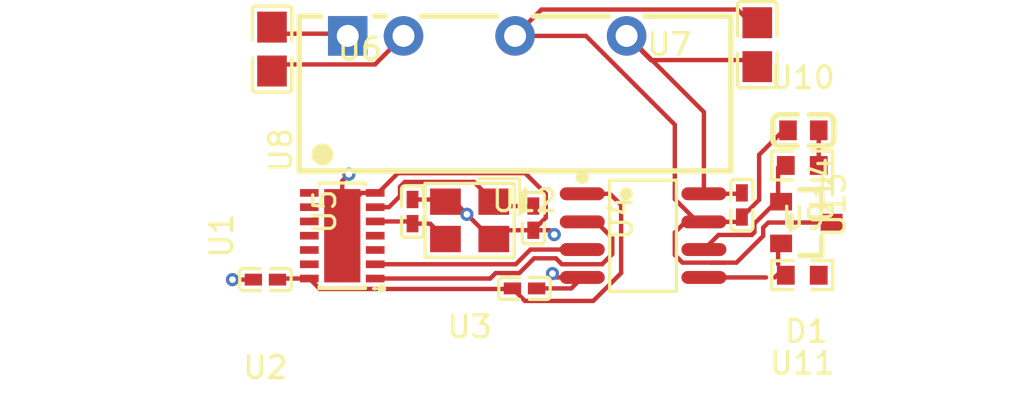
<source format=kicad_pcb>
(kicad_pcb (version 20240108) (generator "pcbnew") (generator_version "8.0")
  (layers (0 "F.Cu" signal) (31 "B.Cu" signal) (34 "B.Paste" user) (35 "F.Paste" user) (36 "B.SilkS" user "B.Silkscreen") (37 "F.SilkS" user "F.Silkscreen") (38 "B.Mask" user) (39 "F.Mask" user) (44 "Edge.Cuts" user))
  (net 0 "")
  (net 1 "xout")
  (net 2 "controller-line-2")
  (net 3 "line-1")
  (net 4 "CANH")
  (net 5 "controller-line")
  (net 6 "tx")
  (net 7 "line")
  (net 8 "controller-line-1")
  (net 9 "controller-line-3")
  (net 10 "CANL")
  (net 11 "line-2")
  (net 12 "controller-line-4")
  (net 13 "_midpoint")
  (net 14 "rx")
  (net 15 "xin")
  (net 16 "gnd-1")
  (net 17 "hv-1")
  (net 18 "gnd")
  (net 19 "hv")
  (net 20 "hv-2")
  (footprint "atopile:C0402-b3ef17" (layer "F.Cu") (at 152.6 74.8 -90)
    (property "Reference" "U13" (hide yes))
    (property "Value" "1µF ±10% 25V X5R")
    (fp_line (start -0.23 0.5) (end -1.02 0.5) (stroke (width 0.15)) (layer "F.SilkS"))
    (fp_line (start 0.23 0.5) (end 1.02 0.5) (stroke (width 0.15)) (layer "F.SilkS"))
    (fp_line (start -1.17 0.35) (end -1.17 -0.35) (stroke (width 0.15)) (layer "F.SilkS"))
    (fp_line (start 1.17 0.35) (end 1.17 -0.35) (stroke (width 0.15)) (layer "F.SilkS"))
    (fp_line (start -1.02 -0.5) (end -0.23 -0.5) (stroke (width 0.15)) (layer "F.SilkS"))
    (fp_line (start 1.02 -0.5) (end 0.23 -0.5) (stroke (width 0.15)) (layer "F.SilkS"))
    (fp_arc (start -1.02 0.5) (mid -1.126066 0.456066) (end -1.17 0.35) (stroke (width 0.15)) (layer "F.SilkS"))
    (fp_arc (start 1.17 0.35) (mid 1.126066 0.456066) (end 1.02 0.5) (stroke (width 0.15)) (layer "F.SilkS"))
    (fp_arc (start -1.17 -0.35) (mid -1.126066 -0.456066) (end -1.02 -0.5) (stroke (width 0.15)) (layer "F.SilkS"))
    (fp_arc (start 1.02 -0.5) (mid 1.126066 -0.456066) (end 1.17 -0.35) (stroke (width 0.15)) (layer "F.SilkS"))
    (fp_text user "${REFERENCE}" (at 0 -4.2 90) (layer "F.SilkS"))
    (pad "1" smd rect (at -0.55 0 270) (size 0.79 0.54) (layers "F.Cu" "F.Paste" "F.Mask") (net 19 "hv"))
    (pad "2" smd rect (at 0.55 0 270) (size 0.79 0.54) (layers "F.Cu" "F.Paste" "F.Mask") (net 16 "gnd-1"))
  )
  (footprint "atopile:C0805-3b2e55" (layer "F.Cu") (at 153.3 67.5 90)
    (property "Reference" "U7" (at 0 -4 0) (layer "F.SilkS") (hide no))
    (property "Value" "10µF ±10% 25V X5R")
    (fp_line (start 1.81 -0.9) (end 0.4 -0.9) (stroke (width 0.15)) (layer "F.SilkS"))
    (fp_line (start 0.4 0.9) (end 1.81 0.9) (stroke (width 0.15)) (layer "F.SilkS"))
    (fp_line (start 1.96 0.75) (end 1.96 -0.75) (stroke (width 0.15)) (layer "F.SilkS"))
    (fp_line (start -1.81 -0.9) (end -0.4 -0.9) (stroke (width 0.15)) (layer "F.SilkS"))
    (fp_line (start -0.4 0.9) (end -1.81 0.9) (stroke (width 0.15)) (layer "F.SilkS"))
    (fp_line (start -1.96 0.75) (end -1.96 -0.75) (stroke (width 0.15)) (layer "F.SilkS"))
    (fp_arc (start 1.96 0.75) (mid 1.9160660171779822 0.856066017177982) (end 1.81 0.8999999999999999) (stroke (width 0.15)) (layer "F.SilkS"))
    (fp_arc (start 1.81 -0.9) (mid 1.9160660171779822 -0.8560660171779821) (end 1.96 -0.75) (stroke (width 0.15)) (layer "F.SilkS"))
    (fp_arc (start -1.96 0.75) (mid -1.9160660171779822 0.856066017177982) (end -1.81 0.8999999999999999) (stroke (width 0.15)) (layer "F.SilkS"))
    (fp_arc (start -1.81 -0.9) (mid -1.9160660171779822 -0.8560660171779821) (end -1.96 -0.75) (stroke (width 0.15)) (layer "F.SilkS"))
    (fp_text user "${REFERENCE}" (at 0 -4 0) (layer "F.SilkS"))
    (pad "2" smd rect (at 1 0 90) (size 1.41 1.35) (layers "F.Cu" "F.Paste" "F.Mask") (net 16 "gnd-1"))
    (pad "1" smd rect (at -1 0 90) (size 1.41 1.35) (layers "F.Cu" "F.Paste" "F.Mask") (net 19 "hv"))
  )
  (footprint "atopile:SOIC-8_L4.9-W3.9-P1.27-LS6.0-BL-6ccfeb" (layer "F.Cu") (at 148.1 76.2 -90)
    (property "Reference" "U14" (hide yes))
    (property "Value" "")
    (fp_line (start -2.53 1.52) (end -2.53 -1.52) (stroke (width 0.15)) (layer "F.SilkS"))
    (fp_line (start 2.53 1.52) (end -2.53 1.52) (stroke (width 0.15)) (layer "F.SilkS"))
    (fp_line (start -2.53 -1.52) (end 2.53 -1.52) (stroke (width 0.15)) (layer "F.SilkS"))
    (fp_line (start 2.53 -1.52) (end 2.53 1.52) (stroke (width 0.15)) (layer "F.SilkS"))
    (fp_circle (center -2.65 2.77) (end -2.5 2.77) (stroke (width 0.3)) (fill none) (layer "F.SilkS"))
    (fp_circle (center -1.91 0.77) (end -1.76 0.77) (stroke (width 0.3)) (fill none) (layer "F.SilkS"))
    (fp_text user "${REFERENCE}" (at -2.1 -8.17 90) (layer "F.SilkS"))
    (pad "1" smd oval (at -1.91 2.77 270) (size 0.59 2.05) (layers "F.Cu" "F.Paste" "F.Mask") (net 17 "hv-1"))
    (pad "2" smd oval (at -0.63 2.77 270) (size 0.59 2.05) (layers "F.Cu" "F.Paste" "F.Mask") (net 6 "tx"))
    (pad "3" smd oval (at 0.63 2.77 270) (size 0.59 2.05) (layers "F.Cu" "F.Paste" "F.Mask") (net 14 "rx"))
    (pad "4" smd oval (at 1.9 2.77 270) (size 0.59 2.05) (layers "F.Cu" "F.Paste" "F.Mask") (net 18 "gnd"))
    (pad "5" smd oval (at 1.9 -2.77 270) (size 0.59 2.05) (layers "F.Cu" "F.Paste" "F.Mask") (net 10 "CANL"))
    (pad "6" smd oval (at 0.63 -2.77 270) (size 0.59 2.05) (layers "F.Cu" "F.Paste" "F.Mask") (net 4 "CANH"))
    (pad "7" smd oval (at -0.63 -2.77 270) (size 0.59 2.05) (layers "F.Cu" "F.Paste" "F.Mask") (net 16 "gnd-1"))
    (pad "8" smd oval (at -1.91 -2.77 270) (size 0.59 2.05) (layers "F.Cu" "F.Paste" "F.Mask") (net 19 "hv"))
  )
  (footprint "atopile:R0603-ebcab9" (layer "F.Cu") (at 155.35 78 180)
    (property "Reference" "U11" (hide yes))
    (property "Value" "60.4Ω ±1% 100mW")
    (fp_line (start 1.39 0.66) (end 1.39 -0.66) (stroke (width 0.15)) (layer "F.SilkS"))
    (fp_line (start 1.39 -0.66) (end 0.43 -0.66) (stroke (width 0.15)) (layer "F.SilkS"))
    (fp_line (start 0.43 0.66) (end 1.39 0.66) (stroke (width 0.15)) (layer "F.SilkS"))
    (fp_line (start -0.43 0.66) (end -1.39 0.66) (stroke (width 0.15)) (layer "F.SilkS"))
    (fp_line (start -1.39 0.66) (end -1.39 -0.66) (stroke (width 0.15)) (layer "F.SilkS"))
    (fp_line (start -1.39 -0.66) (end -0.43 -0.66) (stroke (width 0.15)) (layer "F.SilkS"))
    (fp_text user "${REFERENCE}" (at 0 -4 0) (layer "F.SilkS"))
    (pad "1" smd rect (at -0.75 0 180) (size 0.81 0.86) (layers "F.Cu" "F.Paste" "F.Mask") (net 13 "_midpoint"))
    (pad "2" smd rect (at 0.75 0 180) (size 0.81 0.86) (layers "F.Cu" "F.Paste" "F.Mask") (net 10 "CANL"))
  )
  (footprint "atopile:C0402-b3ef17" (layer "F.Cu") (at 137.6 75.1 90)
    (property "Reference" "U5" (hide yes))
    (property "Value" "10pF ±5% 50V C0G")
    (fp_line (start 1.02 -0.5) (end 0.23 -0.5) (stroke (width 0.15)) (layer "F.SilkS"))
    (fp_line (start -1.02 -0.5) (end -0.23 -0.5) (stroke (width 0.15)) (layer "F.SilkS"))
    (fp_line (start 1.17 0.35) (end 1.17 -0.35) (stroke (width 0.15)) (layer "F.SilkS"))
    (fp_line (start -1.17 0.35) (end -1.17 -0.35) (stroke (width 0.15)) (layer "F.SilkS"))
    (fp_line (start 0.23 0.5) (end 1.02 0.5) (stroke (width 0.15)) (layer "F.SilkS"))
    (fp_line (start -0.23 0.5) (end -1.02 0.5) (stroke (width 0.15)) (layer "F.SilkS"))
    (fp_arc (start 1.02 -0.5) (mid 1.126066 -0.456066) (end 1.17 -0.35) (stroke (width 0.15)) (layer "F.SilkS"))
    (fp_arc (start -1.17 -0.35) (mid -1.126066 -0.456066) (end -1.02 -0.5) (stroke (width 0.15)) (layer "F.SilkS"))
    (fp_arc (start 1.17 0.35) (mid 1.126066 0.456066) (end 1.02 0.5) (stroke (width 0.15)) (layer "F.SilkS"))
    (fp_arc (start -1.02 0.5) (mid -1.126066 0.456066) (end -1.17 0.35) (stroke (width 0.15)) (layer "F.SilkS"))
    (fp_text user "${REFERENCE}" (at 0 -4 90) (layer "F.SilkS"))
    (pad "1" smd rect (at -0.55 0 90) (size 0.79 0.54) (layers "F.Cu" "F.Paste" "F.Mask") (net 1 "xout"))
    (pad "2" smd rect (at 0.55 0 90) (size 0.79 0.54) (layers "F.Cu" "F.Paste" "F.Mask") (net 18 "gnd"))
  )
  (footprint "atopile:C0402-b3ef17" (layer "F.Cu") (at 130.9 78.2 180)
    (property "Reference" "U2" (at 0 -4 0) (layer "F.SilkS") (hide no))
    (property "Value" "1µF ±10% 25V X5R")
    (fp_line (start 1.17 0.35) (end 1.17 -0.35) (stroke (width 0.15)) (layer "F.SilkS"))
    (fp_line (start 1.02 -0.5) (end 0.23 -0.5) (stroke (width 0.15)) (layer "F.SilkS"))
    (fp_line (start 0.23 0.5) (end 1.02 0.5) (stroke (width 0.15)) (layer "F.SilkS"))
    (fp_line (start -0.23 0.5) (end -1.02 0.5) (stroke (width 0.15)) (layer "F.SilkS"))
    (fp_line (start -1.02 -0.5) (end -0.23 -0.5) (stroke (width 0.15)) (layer "F.SilkS"))
    (fp_line (start -1.17 0.35) (end -1.17 -0.35) (stroke (width 0.15)) (layer "F.SilkS"))
    (fp_arc (start 1.17 0.35) (mid 1.126066 0.456066) (end 1.02 0.5) (stroke (width 0.15)) (layer "F.SilkS"))
    (fp_arc (start 1.02 -0.5) (mid 1.126066 -0.456066) (end 1.17 -0.35) (stroke (width 0.15)) (layer "F.SilkS"))
    (fp_arc (start -1.02 0.5) (mid -1.126066 0.456066) (end -1.17 0.35) (stroke (width 0.15)) (layer "F.SilkS"))
    (fp_arc (start -1.17 -0.35) (mid -1.126066 -0.456066) (end -1.02 -0.5) (stroke (width 0.15)) (layer "F.SilkS"))
    (fp_text user "${REFERENCE}" (at 0 -4 0) (layer "F.SilkS"))
    (pad "1" smd rect (at -0.55 0 180) (size 0.79 0.54) (layers "F.Cu" "F.Paste" "F.Mask") (net 17 "hv-1"))
    (pad "2" smd rect (at 0.55 0 180) (size 0.79 0.54) (layers "F.Cu" "F.Paste" "F.Mask") (net 18 "gnd"))
  )
  (footprint "atopile:C0603-bd72f6" (layer "F.Cu") (at 155.4 71.4 180)
    (property "Reference" "U9" (hide yes))
    (property "Value" "4.7nF ±10% 50V X7R")
    (fp_line (start 1.39 -0.4) (end 1.39 0.4) (stroke (width 0.25)) (layer "F.SilkS"))
    (fp_line (start 0.28 0.71) (end 1.08 0.71) (stroke (width 0.25)) (layer "F.SilkS"))
    (fp_line (start 0.28 -0.71) (end 1.08 -0.71) (stroke (width 0.25)) (layer "F.SilkS"))
    (fp_line (start -0.28 0.71) (end -1.08 0.71) (stroke (width 0.25)) (layer "F.SilkS"))
    (fp_line (start -0.28 -0.71) (end -1.08 -0.71) (stroke (width 0.25)) (layer "F.SilkS"))
    (fp_line (start -1.39 0.4) (end -1.39 -0.4) (stroke (width 0.25)) (layer "F.SilkS"))
    (fp_arc (start 1.39 0.4) (mid 1.299203 0.619203) (end 1.08 0.71) (stroke (width 0.25)) (layer "F.SilkS"))
    (fp_arc (start 1.08 -0.71) (mid 1.299203 -0.619203) (end 1.39 -0.4) (stroke (width 0.25)) (layer "F.SilkS"))
    (fp_arc (start -1.08 0.71) (mid -1.299203 0.619203) (end -1.39 0.4) (stroke (width 0.25)) (layer "F.SilkS"))
    (fp_arc (start -1.39 -0.4) (mid -1.299203 -0.619203) (end -1.08 -0.71) (stroke (width 0.25)) (layer "F.SilkS"))
    (fp_text user "${REFERENCE}" (at 0 -4 0) (layer "F.SilkS"))
    (pad "1" smd rect (at -0.7 0 180) (size 0.8 0.9) (layers "F.Cu" "F.Paste" "F.Mask") (net 13 "_midpoint"))
    (pad "2" smd rect (at 0.7 0 180) (size 0.8 0.9) (layers "F.Cu" "F.Paste" "F.Mask") (net 16 "gnd-1"))
  )
  (footprint "atopile:C0402-b3ef17" (layer "F.Cu") (at 142.7 78.6 0)
    (property "Reference" "U12" (hide yes))
    (property "Value" "1µF ±10% 25V X5R")
    (fp_line (start -1.17 0.35) (end -1.17 -0.35) (stroke (width 0.15)) (layer "F.SilkS"))
    (fp_line (start -1.02 -0.5) (end -0.23 -0.5) (stroke (width 0.15)) (layer "F.SilkS"))
    (fp_line (start -0.23 0.5) (end -1.02 0.5) (stroke (width 0.15)) (layer "F.SilkS"))
    (fp_line (start 0.23 0.5) (end 1.02 0.5) (stroke (width 0.15)) (layer "F.SilkS"))
    (fp_line (start 1.02 -0.5) (end 0.23 -0.5) (stroke (width 0.15)) (layer "F.SilkS"))
    (fp_line (start 1.17 0.35) (end 1.17 -0.35) (stroke (width 0.15)) (layer "F.SilkS"))
    (fp_arc (start -1.17 -0.35) (mid -1.126066 -0.456066) (end -1.02 -0.5) (stroke (width 0.15)) (layer "F.SilkS"))
    (fp_arc (start -1.02 0.5) (mid -1.126066 0.456066) (end -1.17 0.35) (stroke (width 0.15)) (layer "F.SilkS"))
    (fp_arc (start 1.02 -0.5) (mid 1.126066 -0.456066) (end 1.17 -0.35) (stroke (width 0.15)) (layer "F.SilkS"))
    (fp_arc (start 1.17 0.35) (mid 1.126066 0.456066) (end 1.02 0.5) (stroke (width 0.15)) (layer "F.SilkS"))
    (fp_text user "${REFERENCE}" (at 0 -4 0) (layer "F.SilkS"))
    (pad "1" smd rect (at -0.55 0 0) (size 0.79 0.54) (layers "F.Cu" "F.Paste" "F.Mask") (net 17 "hv-1"))
    (pad "2" smd rect (at 0.55 0 0) (size 0.79 0.54) (layers "F.Cu" "F.Paste" "F.Mask") (net 18 "gnd"))
  )
  (footprint "atopile:R0603-ebcab9" (layer "F.Cu") (at 155.35 73 0)
    (property "Reference" "U10" (hide yes))
    (property "Value" "60.4Ω ±1% 100mW" (hide yes))
    (fp_line (start -1.39 -0.66) (end -0.43 -0.66) (stroke (width 0.15)) (layer "F.SilkS"))
    (fp_line (start -1.39 0.66) (end -1.39 -0.66) (stroke (width 0.15)) (layer "F.SilkS"))
    (fp_line (start -0.43 0.66) (end -1.39 0.66) (stroke (width 0.15)) (layer "F.SilkS"))
    (fp_line (start 0.43 0.66) (end 1.39 0.66) (stroke (width 0.15)) (layer "F.SilkS"))
    (fp_line (start 1.39 -0.66) (end 0.43 -0.66) (stroke (width 0.15)) (layer "F.SilkS"))
    (fp_line (start 1.39 0.66) (end 1.39 -0.66) (stroke (width 0.15)) (layer "F.SilkS"))
    (fp_text user "${REFERENCE}" (at 0 -4 0) (layer "F.SilkS"))
    (pad "1" smd rect (at -0.75 0 0) (size 0.81 0.86) (layers "F.Cu" "F.Paste" "F.Mask") (net 4 "CANH"))
    (pad "2" smd rect (at 0.75 0 0) (size 0.81 0.86) (layers "F.Cu" "F.Paste" "F.Mask") (net 13 "_midpoint"))
  )
  (footprint "atopile:VDFN-14_L4.5-W3.0-P0.65-BL-EP-99cb5b" (layer "F.Cu") (at 134.4 76.2 90)
    (property "Reference" "U1" (hide yes))
    (property "Value" "")
    (fp_line (start 2.4 -1.05) (end 2.4 1.05) (stroke (width 0.15)) (layer "F.SilkS"))
    (fp_line (start 2.3 -1.05) (end 2.4 -1.05) (stroke (width 0.15)) (layer "F.SilkS"))
    (fp_line (start -2.4 -1.05) (end -2.3 -1.05) (stroke (width 0.15)) (layer "F.SilkS"))
    (fp_line (start -2.4 -1.05) (end -2.4 1.05) (stroke (width 0.15)) (layer "F.SilkS"))
    (fp_line (start 2.4 1.05) (end 2.3 1.05) (stroke (width 0.15)) (layer "F.SilkS"))
    (fp_line (start -2.3 1.05) (end -2.4 1.05) (stroke (width 0.15)) (layer "F.SilkS"))
    (fp_line (start -2.41 1.53) (end -2.41 1.43) (stroke (width 0.15)) (layer "F.SilkS"))
    (fp_circle (center -2.4 1.8) (end -2.3 1.8) (stroke (width 0.2)) (fill none) (layer "F.SilkS"))
    (fp_text user "${REFERENCE}" (at 0 -5.5 90) (layer "F.SilkS"))
    (pad "1" smd rect (at -1.95 1.5 180) (size 0.85 0.35) (layers "F.Cu" "F.Paste" "F.Mask") (net 6 "tx"))
    (pad "2" smd rect (at -1.3 1.5 180) (size 0.85 0.35) (layers "F.Cu" "F.Paste" "F.Mask") (net 14 "rx"))
    (pad "3" smd rect (at -0.65 1.5 180) (size 0.85 0.35) (layers "F.Cu" "F.Paste" "F.Mask") (net 2 "controller-line-2"))
    (pad "4" smd rect (at 0 1.5 180) (size 0.85 0.35) (layers "F.Cu" "F.Paste" "F.Mask") (net 5 "controller-line"))
    (pad "5" smd rect (at 0.65 1.5 180) (size 0.85 0.35) (layers "F.Cu" "F.Paste" "F.Mask") (net 1 "xout"))
    (pad "6" smd rect (at 1.3 1.5 180) (size 0.85 0.35) (layers "F.Cu" "F.Paste" "F.Mask") (net 15 "xin"))
    (pad "7" smd rect (at 1.95 1.5 180) (size 0.85 0.35) (layers "F.Cu" "F.Paste" "F.Mask") (net 18 "gnd"))
    (pad "8" smd rect (at 1.95 -1.5 180) (size 0.85 0.35) (layers "F.Cu" "F.Paste" "F.Mask") (net 12 "controller-line-4"))
    (pad "9" smd rect (at 1.3 -1.5 180) (size 0.85 0.35) (layers "F.Cu" "F.Paste" "F.Mask") (net 9 "controller-line-3"))
    (pad "10" smd rect (at 0.65 -1.5 180) (size 0.85 0.35) (layers "F.Cu" "F.Paste" "F.Mask") (net 7 "line"))
    (pad "11" smd rect (at 0 -1.5 180) (size 0.85 0.35) (layers "F.Cu" "F.Paste" "F.Mask") (net 3 "line-1"))
    (pad "12" smd rect (at -0.65 -1.5 180) (size 0.85 0.35) (layers "F.Cu" "F.Paste" "F.Mask") (net 11 "line-2"))
    (pad "13" smd rect (at -1.3 -1.5 180) (size 0.85 0.35) (layers "F.Cu" "F.Paste" "F.Mask") (net 8 "controller-line-1"))
    (pad "14" smd rect (at -1.95 -1.5 180) (size 0.85 0.35) (layers "F.Cu" "F.Paste" "F.Mask") (net 17 "hv-1"))
    (pad "15" smd rect (at 0 0 180) (size 1.65 4.25) (layers "F.Cu" "F.Paste" "F.Mask") (net 18 "gnd"))
  )
  (footprint "atopile:PWRM-TH_BXXXXS-2WR3-d8b2fb" (layer "F.Cu") (at 141 67.1 0)
    (property "Reference" "U8" (hide yes))
    (property "Value" "")
    (fp_line (start -8.56 -0.9) (end -8.56 6.15) (stroke (width 0.25)) (layer "F.SilkS"))
    (fp_line (start -8.56 -0.9) (end -7.58 -0.9) (stroke (width 0.25)) (layer "F.SilkS"))
    (fp_line (start -8.56 6.15) (end 11.09 6.15) (stroke (width 0.25)) (layer "F.SilkS"))
    (fp_line (start -5.12 -0.9) (end -4.65 -0.9) (stroke (width 0.25)) (layer "F.SilkS"))
    (fp_line (start -2.97 -0.9) (end 0.43 -0.9) (stroke (width 0.25)) (layer "F.SilkS"))
    (fp_line (start 2.11 -0.9) (end 5.51 -0.9) (stroke (width 0.25)) (layer "F.SilkS"))
    (fp_line (start 7.19 -0.9) (end 11.1 -0.9) (stroke (width 0.25)) (layer "F.SilkS"))
    (fp_line (start 11.1 6.15) (end 11.1 -0.9) (stroke (width 0.25)) (layer "F.SilkS"))
    (fp_circle (center -7.5 5.4) (end -7.25 5.4) (stroke (width 0.5)) (fill none) (layer "F.SilkS"))
    (fp_text user "${REFERENCE}" (at -9.4 5.2 90) (layer "F.SilkS"))
    (pad "1" thru_hole rect (at -6.35 0 0) (size 1.8 1.8) (drill 0.999998) (layers "*.Cu" "*.Mask") (net 20 "hv-2"))
    (pad "2" thru_hole circle (at -3.81 0 0) (size 1.8 1.8) (drill 0.999998) (layers "*.Cu" "*.Mask") (net 18 "gnd"))
    (pad "4" thru_hole circle (at 1.27 0 0) (size 1.8 1.8) (drill 0.999998) (layers "*.Cu" "*.Mask") (net 16 "gnd-1"))
    (pad "6" thru_hole circle (at 6.35 0 0) (size 1.8 1.8) (drill 0.999998) (layers "*.Cu" "*.Mask") (net 19 "hv"))
  )
  (footprint "atopile:C0402-b3ef17" (layer "F.Cu") (at 143.1 75.4 -90)
    (property "Reference" "U4" (hide yes))
    (property "Value" "10pF ±5% 50V C0G")
    (fp_line (start -0.23 0.5) (end -1.02 0.5) (stroke (width 0.15)) (layer "F.SilkS"))
    (fp_line (start 0.23 0.5) (end 1.02 0.5) (stroke (width 0.15)) (layer "F.SilkS"))
    (fp_line (start -1.17 0.35) (end -1.17 -0.35) (stroke (width 0.15)) (layer "F.SilkS"))
    (fp_line (start 1.17 0.35) (end 1.17 -0.35) (stroke (width 0.15)) (layer "F.SilkS"))
    (fp_line (start -1.02 -0.5) (end -0.23 -0.5) (stroke (width 0.15)) (layer "F.SilkS"))
    (fp_line (start 1.02 -0.5) (end 0.23 -0.5) (stroke (width 0.15)) (layer "F.SilkS"))
    (fp_arc (start -1.02 0.5) (mid -1.126066 0.456066) (end -1.17 0.35) (stroke (width 0.15)) (layer "F.SilkS"))
    (fp_arc (start 1.17 0.35) (mid 1.126066 0.456066) (end 1.02 0.5) (stroke (width 0.15)) (layer "F.SilkS"))
    (fp_arc (start -1.17 -0.35) (mid -1.126066 -0.456066) (end -1.02 -0.5) (stroke (width 0.15)) (layer "F.SilkS"))
    (fp_arc (start 1.02 -0.5) (mid 1.126066 -0.456066) (end 1.17 -0.35) (stroke (width 0.15)) (layer "F.SilkS"))
    (fp_text user "${REFERENCE}" (at 0 -4 90) (layer "F.SilkS"))
    (pad "1" smd rect (at -0.55 0 270) (size 0.79 0.54) (layers "F.Cu" "F.Paste" "F.Mask") (net 15 "xin"))
    (pad "2" smd rect (at 0.55 0 270) (size 0.79 0.54) (layers "F.Cu" "F.Paste" "F.Mask") (net 18 "gnd"))
  )
  (footprint "atopile:CRYSTAL-SMD_4P-L3.2-W2.5-BL-e199c8" (layer "F.Cu") (at 140.2 75.5 180)
    (property "Reference" "U3" (hide yes))
    (property "Value" "")
    (fp_line (start 2.03 1.68) (end -2.03 1.68) (stroke (width 0.15)) (layer "F.SilkS"))
    (fp_line (start 2.03 -1.68) (end 2.03 1.68) (stroke (width 0.15)) (layer "F.SilkS"))
    (fp_line (start -2.03 1.68) (end -2.03 -1.68) (stroke (width 0.15)) (layer "F.SilkS"))
    (fp_line (start -2.03 -1.68) (end 2.03 -1.68) (stroke (width 0.15)) (layer "F.SilkS"))
    (fp_line (start -2.26 1.91) (end -0.4 1.91) (stroke (width 0.15)) (layer "F.SilkS"))
    (fp_line (start -2.26 0.25) (end -2.26 1.91) (stroke (width 0.15)) (layer "F.SilkS"))
    (fp_text user "${REFERENCE}" (at 0 -4.85 0) (layer "F.SilkS"))
    (pad "1" smd rect (at -1.1 0.85 180) (size 1.4 1.2) (layers "F.Cu" "F.Paste" "F.Mask") (net 15 "xin"))
    (pad "2" smd rect (at 1.1 0.85 180) (size 1.4 1.2) (layers "F.Cu" "F.Paste" "F.Mask") (net 18 "gnd"))
    (pad "3" smd rect (at 1.1 -0.85 180) (size 1.4 1.2) (layers "F.Cu" "F.Paste" "F.Mask") (net 1 "xout"))
    (pad "4" smd rect (at -1.1 -0.85 180) (size 1.4 1.2) (layers "F.Cu" "F.Paste" "F.Mask") (net 18 "gnd"))
  )
  (footprint "atopile:C0805-3b2e55" (layer "F.Cu") (at 131.2 67.7 -90)
    (property "Reference" "U6" (at 0 -4 0) (layer "F.SilkS") (hide no))
    (property "Value" "4.7µF ±10% 25V X5R")
    (fp_line (start 1.81 -0.9) (end 0.4 -0.9) (stroke (width 0.15)) (layer "F.SilkS"))
    (fp_line (start 0.4 0.9) (end 1.81 0.9) (stroke (width 0.15)) (layer "F.SilkS"))
    (fp_line (start 1.96 0.75) (end 1.96 -0.75) (stroke (width 0.15)) (layer "F.SilkS"))
    (fp_line (start -1.81 -0.9) (end -0.4 -0.9) (stroke (width 0.15)) (layer "F.SilkS"))
    (fp_line (start -0.4 0.9) (end -1.81 0.9) (stroke (width 0.15)) (layer "F.SilkS"))
    (fp_line (start -1.96 0.75) (end -1.96 -0.75) (stroke (width 0.15)) (layer "F.SilkS"))
    (fp_arc (start 1.96 0.75) (mid 1.9160660171779822 0.856066017177982) (end 1.81 0.8999999999999999) (stroke (width 0.15)) (layer "F.SilkS"))
    (fp_arc (start 1.81 -0.9) (mid 1.9160660171779822 -0.8560660171779821) (end 1.96 -0.75) (stroke (width 0.15)) (layer "F.SilkS"))
    (fp_arc (start -1.96 0.75) (mid -1.9160660171779822 0.856066017177982) (end -1.81 0.8999999999999999) (stroke (width 0.15)) (layer "F.SilkS"))
    (fp_arc (start -1.81 -0.9) (mid -1.9160660171779822 -0.8560660171779821) (end -1.96 -0.75) (stroke (width 0.15)) (layer "F.SilkS"))
    (fp_text user "${REFERENCE}" (at 0 -4 0) (layer "F.SilkS"))
    (pad "2" smd rect (at 1 0 -90) (size 1.41 1.35) (layers "F.Cu" "F.Paste" "F.Mask") (net 18 "gnd"))
    (pad "1" smd rect (at -1 0 -90) (size 1.41 1.35) (layers "F.Cu" "F.Paste" "F.Mask") (net 20 "hv-2"))
  )
  (footprint "atopile:SOT-23_L2.9-W1.3-P1.90-LS2.4-BR-0c2373" (layer "F.Cu") (at 155.535 75.6 180)
    (property "Reference" "D1" (hide yes))
    (property "Value" "")
    (fp_line (start 0.7 0.31) (end 0.7 -0.32) (stroke (width 0.25)) (layer "F.SilkS"))
    (fp_line (start -0.7 1.5) (end 0.3 1.5) (stroke (width 0.25)) (layer "F.SilkS"))
    (fp_line (start -0.7 1.5) (end -0.7 0.63) (stroke (width 0.25)) (layer "F.SilkS"))
    (fp_line (start -0.7 -0.64) (end -0.7 -1.5) (stroke (width 0.25)) (layer "F.SilkS"))
    (fp_line (start -0.7 -1.5) (end 0.3 -1.5) (stroke (width 0.25)) (layer "F.SilkS"))
    (fp_text user "${REFERENCE}" (at 0 -4.95 0) (layer "F.SilkS"))
    (pad "1" smd rect (at 1.15 0.95 0) (size 1 0.8) (layers "F.Cu" "F.Paste" "F.Mask") (net 4 "CANH"))
    (pad "2" smd rect (at 1.15 -0.95 0) (size 1 0.8) (layers "F.Cu" "F.Paste" "F.Mask") (net 10 "CANL"))
    (pad "3" smd rect (at -1.15 0 0) (size 1 0.8) (layers "F.Cu" "F.Paste" "F.Mask") (net 16 "gnd-1"))
  )
  (via (at 144.054454 76.148279) (size 0.6) (drill 0.3) (net 18) (layers "F.Cu" "B.Cu"))
  (via (at 140.075 75.225) (size 0.6) (drill 0.3) (net 18) (layers "F.Cu" "B.Cu"))
  (via (at 143.975735 77.924265) (size 0.6) (drill 0.3) (net 18) (layers "F.Cu" "B.Cu"))
  (via (at 129.4 78.2) (size 0.6) (drill 0.3) (net 18) (layers "F.Cu" "B.Cu"))
  (via (at 134.7 73.4) (size 0.6) (drill 0.3) (net 18) (layers "F.Cu" "B.Cu"))
  (segment (start 135.9 75.55) (end 137.5 75.55) (width 0.2) (layer "F.Cu") (net 1))
  (segment (start 138.4 75.65) (end 139.1 76.35) (width 0.2) (layer "F.Cu") (net 1))
  (segment (start 137.5 75.55) (end 137.6 75.65) (width 0.2) (layer "F.Cu") (net 1))
  (segment (start 137.6 75.65) (end 138.4 75.65) (width 0.2) (layer "F.Cu") (net 1))
  (segment (start 153.985686 74.45) (end 154.185 74.45) (width 0.2) (layer "F.Cu") (net 4))
  (segment (start 154.25 74.45) (end 154.25 73.1) (width 0.2) (layer "F.Cu") (net 4))
  (segment (start 154.25 73.1) (end 154.35 73) (width 0.2) (layer "F.Cu") (net 4))
  (segment (start 153.17 75.6475) (end 153.17 76.045) (width 0.2) (layer "F.Cu") (net 4))
  (segment (start 153.17 76.045) (end 153.05 76.165) (width 0.2) (layer "F.Cu") (net 4))
  (segment (start 154.185 74.6325) (end 153.17 75.6475) (width 0.2) (layer "F.Cu") (net 4))
  (segment (start 153.05 76.165) (end 151.535 76.165) (width 0.2) (layer "F.Cu") (net 4))
  (segment (start 151.535 76.165) (end 150.87 76.83) (width 0.2) (layer "F.Cu") (net 4))
  (segment (start 151.505 76.83) (end 151.535 76.8) (width 0.2) (layer "F.Cu") (net 4))
  (segment (start 154.185 74.45) (end 154.185 74.6325) (width 0.2) (layer "F.Cu") (net 4))
  (segment (start 150.87 76.83) (end 151.205686 76.83) (width 0.2) (layer "F.Cu") (net 4))
  (segment (start 150.87 76.83) (end 151.505 76.83) (width 0.2) (layer "F.Cu") (net 4))
  (segment (start 146.7 77.031457) (end 146.7 76.305) (width 0.2) (layer "F.Cu") (net 6))
  (segment (start 144.4 77.5) (end 146.231457 77.5) (width 0.2) (layer "F.Cu") (net 6))
  (segment (start 141.385 77.9) (end 142.465686 77.9) (width 0.2) (layer "F.Cu") (net 6))
  (segment (start 135.9 78.15) (end 141.135 78.15) (width 0.2) (layer "F.Cu") (net 6))
  (segment (start 146.231457 77.5) (end 146.7 77.031457) (width 0.2) (layer "F.Cu") (net 6))
  (segment (start 142.465686 77.9) (end 143.135686 77.23) (width 0.2) (layer "F.Cu") (net 6))
  (segment (start 146.7 76.305) (end 145.965 75.57) (width 0.2) (layer "F.Cu") (net 6))
  (segment (start 145.965 75.57) (end 145.33 75.57) (width 0.2) (layer "F.Cu") (net 6))
  (segment (start 141.135 78.15) (end 141.385 77.9) (width 0.2) (layer "F.Cu") (net 6))
  (segment (start 144.13 77.23) (end 144.4 77.5) (width 0.2) (layer "F.Cu") (net 6))
  (segment (start 143.135686 77.23) (end 144.13 77.23) (width 0.2) (layer "F.Cu") (net 6))
  (segment (start 154.1 78.1) (end 154.4 77.8) (width 0.2) (layer "F.Cu") (net 10))
  (segment (start 154.15 76.45) (end 154.25 76.35) (width 0.2) (layer "F.Cu") (net 10))
  (segment (start 150.87 78.1) (end 153.7 78.1) (width 0.2) (layer "F.Cu") (net 10))
  (segment (start 154.25 76.35) (end 154.25 77.5) (width 0.2) (layer "F.Cu") (net 10))
  (segment (start 156.1 71.4) (end 156.1 72.95) (width 0.2) (layer "F.Cu") (net 13))
  (segment (start 156.1 72.95) (end 156.05 73) (width 0.2) (layer "F.Cu") (net 13))
  (segment (start 142.3 77.5) (end 135.9 77.5) (width 0.2) (layer "F.Cu") (net 14))
  (segment (start 145.33 76.83) (end 142.97 76.83) (width 0.2) (layer "F.Cu") (net 14))
  (segment (start 142.97 76.83) (end 142.3 77.5) (width 0.2) (layer "F.Cu") (net 14))
  (segment (start 137.03 73.97) (end 137.25 73.75) (width 0.2) (layer "F.Cu") (net 15))
  (segment (start 135.9 74.9) (end 136.525 74.9) (width 0.2) (layer "F.Cu") (net 15))
  (segment (start 136.525 74.9) (end 137.03 74.395) (width 0.2) (layer "F.Cu") (net 15))
  (segment (start 137.25 73.75) (end 140.4 73.75) (width 0.2) (layer "F.Cu") (net 15))
  (segment (start 143.1 74.85) (end 141.5 74.85) (width 0.2) (layer "F.Cu") (net 15))
  (segment (start 140.4 73.75) (end 141.3 74.65) (width 0.2) (layer "F.Cu") (net 15))
  (segment (start 141.5 74.85) (end 141.3 74.65) (width 0.2) (layer "F.Cu") (net 15))
  (segment (start 137.03 74.395) (end 137.03 73.97) (width 0.2) (layer "F.Cu") (net 15))
  (segment (start 156.515 75.57) (end 156.685 75.4) (width 0.2) (layer "F.Cu") (net 16))
  (segment (start 151.846457 77.425) (end 151.2 77.425) (width 0.2) (layer "F.Cu") (net 16))
  (segment (start 143.47 65.9) (end 142.27 67.1) (width 0.2) (layer "F.Cu") (net 16))
  (segment (start 151.2 77.425) (end 149.893543 77.425) (width 0.2) (layer "F.Cu") (net 16))
  (segment (start 149.545 71.145) (end 149.545 74.536457) (width 0.2) (layer "F.Cu") (net 16))
  (segment (start 153.3 66.8) (end 152.4 65.9) (width 0.2) (layer "F.Cu") (net 16))
  (segment (start 149.545 74.536457) (end 150.578543 75.57) (width 0.2) (layer "F.Cu") (net 16))
  (segment (start 153.385 72.515) (end 154.5 71.4) (width 0.2) (layer "F.Cu") (net 16))
  (segment (start 149.545 77.076457) (end 149.545 76.055) (width 0.2) (layer "F.Cu") (net 16))
  (segment (start 153.57 76.210686) (end 152.355686 77.425) (width 0.2) (layer "F.Cu") (net 16))
  (segment (start 149.545 76.055) (end 150.03 75.57) (width 0.2) (layer "F.Cu") (net 16))
  (segment (start 152.6 75.35) (end 153.385 74.565) (width 0.2) (layer "F.Cu") (net 16))
  (segment (start 149.893543 77.425) (end 149.545 77.076457) (width 0.2) (layer "F.Cu") (net 16))
  (segment (start 153.385 74.565) (end 153.385 72.515) (width 0.2) (layer "F.Cu") (net 16))
  (segment (start 152.6 75.35) (end 152.38 75.57) (width 0.2) (layer "F.Cu") (net 16))
  (segment (start 152.355686 77.425) (end 151.2 77.425) (width 0.2) (layer "F.Cu") (net 16))
  (segment (start 152.4 65.9) (end 143.47 65.9) (width 0.2) (layer "F.Cu") (net 16))
  (segment (start 150.578543 75.57) (end 150.87 75.57) (width 0.2) (layer "F.Cu") (net 16))
  (segment (start 145.5 67.1) (end 149.545 71.145) (width 0.2) (layer "F.Cu") (net 16))
  (segment (start 153.8 75.6) (end 153.57 75.83) (width 0.2) (layer "F.Cu") (net 16))
  (segment (start 150.03 75.57) (end 150.87 75.57) (width 0.2) (layer "F.Cu") (net 16))
  (segment (start 152.38 75.57) (end 150.87 75.57) (width 0.2) (layer "F.Cu") (net 16))
  (segment (start 156.685 75.6) (end 153.8 75.6) (width 0.2) (layer "F.Cu") (net 16))
  (segment (start 151.9 75.57) (end 150.87 75.57) (width 0.2) (layer "F.Cu") (net 16))
  (segment (start 153.57 75.83) (end 153.57 76.210686) (width 0.2) (layer "F.Cu") (net 16))
  (segment (start 142.57 67.1) (end 145.5 67.1) (width 0.2) (layer "F.Cu") (net 16))
  (segment (start 142.72 79.17) (end 145.831457 79.17) (width 0.2) (layer "F.Cu") (net 17))
  (segment (start 142.15 78.6) (end 142.1 78.6) (width 0.2) (layer "F.Cu") (net 17))
  (segment (start 147.1 77.901457) (end 147.1 74.8) (width 0.2) (layer "F.Cu") (net 17))
  (segment (start 142.075 78.625) (end 133.375 78.625) (width 0.2) (layer "F.Cu") (net 17))
  (segment (start 142.1 78.6) (end 142.075 78.625) (width 0.2) (layer "F.Cu") (net 17))
  (segment (start 142.15 78.6) (end 142.72 79.17) (width 0.2) (layer "F.Cu") (net 17))
  (segment (start 145.831457 79.17) (end 147.1 77.901457) (width 0.2) (layer "F.Cu") (net 17))
  (segment (start 147.1 74.8) (end 146.59 74.29) (width 0.2) (layer "F.Cu") (net 17))
  (segment (start 131.5 78.15) (end 131.45 78.2) (width 0.2) (layer "F.Cu") (net 17))
  (segment (start 133.375 78.625) (end 132.9 78.15) (width 0.2) (layer "F.Cu") (net 17))
  (segment (start 146.59 74.29) (end 145.33 74.29) (width 0.2) (layer "F.Cu") (net 17))
  (segment (start 132.9 78.15) (end 131.5 78.15) (width 0.2) (layer "F.Cu") (net 17))
  (segment (start 143.1 75.95) (end 143.856175 75.95) (width 0.2) (layer "F.Cu") (net 18))
  (segment (start 134.4 73.7) (end 134.7 73.4) (width 0.2) (layer "F.Cu") (net 18))
  (segment (start 143.856175 75.95) (end 144.054454 76.148279) (width 0.2) (layer "F.Cu") (net 18))
  (segment (start 134.4 76.2) (end 134.4 73.7) (width 0.2) (layer "F.Cu") (net 18))
  (segment (start 135.89 68.4) (end 137.19 67.1) (width 0.2) (layer "F.Cu") (net 18))
  (segment (start 139 74.55) (end 139.1 74.65) (width 0.2) (layer "F.Cu") (net 18))
  (segment (start 139.1 74.65) (end 139.5 74.65) (width 0.2) (layer "F.Cu") (net 18))
  (segment (start 142.728543 73.35) (end 143.67 74.291457) (width 0.2) (layer "F.Cu") (net 18))
  (segment (start 130.35 78.2) (end 129.4 78.2) (width 0.2) (layer "F.Cu") (net 18))
  (segment (start 135.9 74.25) (end 135.275 74.25) (width 0.2) (layer "F.Cu") (net 18))
  (segment (start 144.15147 78.1) (end 143.975735 77.924265) (width 0.2) (layer "F.Cu") (net 18))
  (segment (start 144.83 78.6) (end 145.33 78.1) (width 0.2) (layer "F.Cu") (net 18))
  (segment (start 136.936638 73.35) (end 142.728543 73.35) (width 0.2) (layer "F.Cu") (net 18))
  (segment (start 134.4 75.125) (end 134.4 76.2) (width 0.2) (layer "F.Cu") (net 18))
  (segment (start 141.2 76.35) (end 140.075 75.225) (width 0.2) (layer "F.Cu") (net 18))
  (segment (start 136.040607 74.246031) (end 136.936638 73.35) (width 0.2) (layer "F.Cu") (net 18))
  (segment (start 139.5 74.65) (end 140.075 75.225) (width 0.2) (layer "F.Cu") (net 18))
  (segment (start 143.67 75.38) (end 143.1 75.95) (width 0.2) (layer "F.Cu") (net 18))
  (segment (start 145.33 78.1) (end 144.15147 78.1) (width 0.2) (layer "F.Cu") (net 18))
  (segment (start 143.25 78.6) (end 144.83 78.6) (width 0.2) (layer "F.Cu") (net 18))
  (segment (start 143.1 75.95) (end 141.7 75.95) (width 0.2) (layer "F.Cu") (net 18))
  (segment (start 141.7 75.95) (end 141.3 76.35) (width 0.2) (layer "F.Cu") (net 18))
  (segment (start 141.3 76.35) (end 141.2 76.35) (width 0.2) (layer "F.Cu") (net 18))
  (segment (start 131.2 68.4) (end 135.89 68.4) (width 0.2) (layer "F.Cu") (net 18))
  (segment (start 137.6 74.55) (end 139 74.55) (width 0.2) (layer "F.Cu") (net 18))
  (segment (start 143.67 74.291457) (end 143.67 75.38) (width 0.2) (layer "F.Cu") (net 18))
  (segment (start 135.275 74.25) (end 134.4 75.125) (width 0.2) (layer "F.Cu") (net 18))
  (segment (start 153.3 68.2) (end 148.45 68.2) (width 0.2) (layer "F.Cu") (net 19))
  (segment (start 147.65 67.35) (end 147.65 67.1) (width 0.2) (layer "F.Cu") (net 19))
  (segment (start 152.56 74.29) (end 152.6 74.25) (width 0.2) (layer "F.Cu") (net 19))
  (segment (start 148.45 68.2) (end 147.35 67.1) (width 0.2) (layer "F.Cu") (net 19))
  (segment (start 150.87 74.29) (end 152.56 74.29) (width 0.2) (layer "F.Cu") (net 19))
  (segment (start 150.87 70.57) (end 147.65 67.35) (width 0.2) (layer "F.Cu") (net 19))
  (segment (start 150.87 74.29) (end 150.87 70.57) (width 0.2) (layer "F.Cu") (net 19))
  (segment (start 134.55 67) (end 134.65 67.1) (width 0.2) (layer "F.Cu") (net 20))
  (segment (start 131.2 67) (end 134.55 67) (width 0.2) (layer "F.Cu") (net 20))
)
</source>
